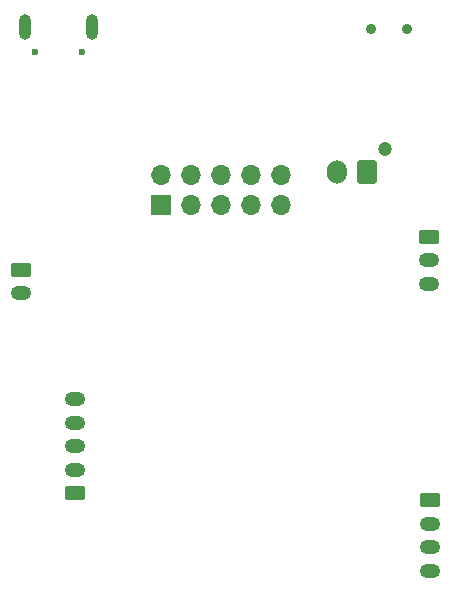
<source format=gbr>
%TF.GenerationSoftware,KiCad,Pcbnew,6.0.5+dfsg-1*%
%TF.CreationDate,2022-06-12T19:51:08+08:00*%
%TF.ProjectId,pbf-mainpcb,7062662d-6d61-4696-9e70-63622e6b6963,rev?*%
%TF.SameCoordinates,Original*%
%TF.FileFunction,Soldermask,Bot*%
%TF.FilePolarity,Negative*%
%FSLAX46Y46*%
G04 Gerber Fmt 4.6, Leading zero omitted, Abs format (unit mm)*
G04 Created by KiCad (PCBNEW 6.0.5+dfsg-1) date 2022-06-12 19:51:08*
%MOMM*%
%LPD*%
G01*
G04 APERTURE LIST*
G04 Aperture macros list*
%AMRoundRect*
0 Rectangle with rounded corners*
0 $1 Rounding radius*
0 $2 $3 $4 $5 $6 $7 $8 $9 X,Y pos of 4 corners*
0 Add a 4 corners polygon primitive as box body*
4,1,4,$2,$3,$4,$5,$6,$7,$8,$9,$2,$3,0*
0 Add four circle primitives for the rounded corners*
1,1,$1+$1,$2,$3*
1,1,$1+$1,$4,$5*
1,1,$1+$1,$6,$7*
1,1,$1+$1,$8,$9*
0 Add four rect primitives between the rounded corners*
20,1,$1+$1,$2,$3,$4,$5,0*
20,1,$1+$1,$4,$5,$6,$7,0*
20,1,$1+$1,$6,$7,$8,$9,0*
20,1,$1+$1,$8,$9,$2,$3,0*%
G04 Aperture macros list end*
%ADD10RoundRect,0.250000X0.625000X-0.350000X0.625000X0.350000X-0.625000X0.350000X-0.625000X-0.350000X0*%
%ADD11O,1.750000X1.200000*%
%ADD12RoundRect,0.250000X-0.625000X0.350000X-0.625000X-0.350000X0.625000X-0.350000X0.625000X0.350000X0*%
%ADD13C,0.900000*%
%ADD14C,1.200000*%
%ADD15RoundRect,0.250000X0.600000X0.750000X-0.600000X0.750000X-0.600000X-0.750000X0.600000X-0.750000X0*%
%ADD16O,1.700000X2.000000*%
%ADD17R,1.700000X1.700000*%
%ADD18O,1.700000X1.700000*%
%ADD19C,0.600000*%
%ADD20O,1.050000X2.150000*%
G04 APERTURE END LIST*
D10*
%TO.C,J5*%
X158950000Y-79500000D03*
D11*
X158950000Y-77500000D03*
X158950000Y-75500000D03*
X158950000Y-73500000D03*
X158950000Y-71500000D03*
%TD*%
D12*
%TO.C,J4*%
X188850000Y-57750000D03*
D11*
X188850000Y-59750000D03*
X188850000Y-61750000D03*
%TD*%
D13*
%TO.C,SW1*%
X187000000Y-40145000D03*
X184000000Y-40145000D03*
%TD*%
D12*
%TO.C,J3*%
X154350000Y-60550000D03*
D11*
X154350000Y-62550000D03*
%TD*%
D12*
%TO.C,J6*%
X188950000Y-80050000D03*
D11*
X188950000Y-82050000D03*
X188950000Y-84050000D03*
X188950000Y-86050000D03*
%TD*%
D14*
%TO.C,J2*%
X185200000Y-50300000D03*
D15*
X183600000Y-52300000D03*
D16*
X181100000Y-52300000D03*
%TD*%
D17*
%TO.C,J7*%
X166170000Y-55100000D03*
D18*
X166170000Y-52560000D03*
X168710000Y-55100000D03*
X168710000Y-52560000D03*
X171250000Y-55100000D03*
X171250000Y-52560000D03*
X173790000Y-55100000D03*
X173790000Y-52560000D03*
X176330000Y-55100000D03*
X176330000Y-52560000D03*
%TD*%
D19*
%TO.C,J1*%
X155500000Y-42100000D03*
X159500000Y-42100000D03*
D20*
X160325000Y-40000000D03*
X154675000Y-40000000D03*
%TD*%
M02*

</source>
